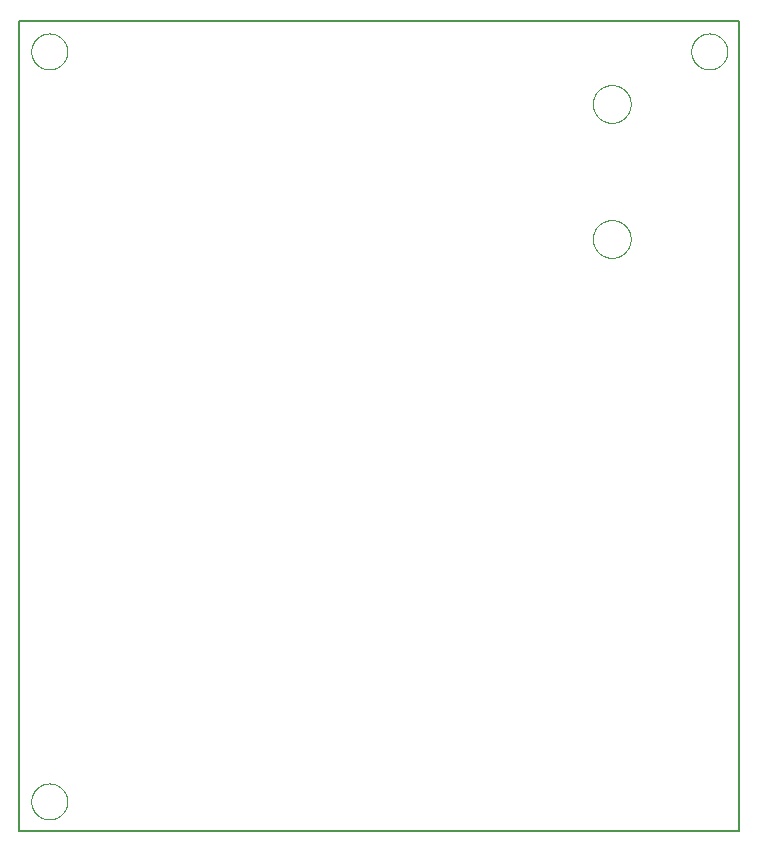
<source format=gko>
G75*
%MOIN*%
%OFA0B0*%
%FSLAX25Y25*%
%IPPOS*%
%LPD*%
%AMOC8*
5,1,8,0,0,1.08239X$1,22.5*
%
%ADD10C,0.00800*%
%ADD11C,0.00000*%
D10*
X0093333Y0035000D02*
X0093333Y0305000D01*
X0333333Y0305000D01*
X0333333Y0035000D01*
X0093333Y0035000D01*
D11*
X0097333Y0045000D02*
X0097335Y0045154D01*
X0097341Y0045309D01*
X0097351Y0045463D01*
X0097365Y0045617D01*
X0097383Y0045770D01*
X0097404Y0045923D01*
X0097430Y0046076D01*
X0097460Y0046227D01*
X0097493Y0046378D01*
X0097531Y0046528D01*
X0097572Y0046677D01*
X0097617Y0046825D01*
X0097666Y0046971D01*
X0097719Y0047117D01*
X0097775Y0047260D01*
X0097835Y0047403D01*
X0097899Y0047543D01*
X0097966Y0047683D01*
X0098037Y0047820D01*
X0098111Y0047955D01*
X0098189Y0048089D01*
X0098270Y0048220D01*
X0098355Y0048349D01*
X0098443Y0048477D01*
X0098534Y0048601D01*
X0098628Y0048724D01*
X0098726Y0048844D01*
X0098826Y0048961D01*
X0098930Y0049076D01*
X0099036Y0049188D01*
X0099145Y0049297D01*
X0099257Y0049403D01*
X0099372Y0049507D01*
X0099489Y0049607D01*
X0099609Y0049705D01*
X0099732Y0049799D01*
X0099856Y0049890D01*
X0099984Y0049978D01*
X0100113Y0050063D01*
X0100244Y0050144D01*
X0100378Y0050222D01*
X0100513Y0050296D01*
X0100650Y0050367D01*
X0100790Y0050434D01*
X0100930Y0050498D01*
X0101073Y0050558D01*
X0101216Y0050614D01*
X0101362Y0050667D01*
X0101508Y0050716D01*
X0101656Y0050761D01*
X0101805Y0050802D01*
X0101955Y0050840D01*
X0102106Y0050873D01*
X0102257Y0050903D01*
X0102410Y0050929D01*
X0102563Y0050950D01*
X0102716Y0050968D01*
X0102870Y0050982D01*
X0103024Y0050992D01*
X0103179Y0050998D01*
X0103333Y0051000D01*
X0103487Y0050998D01*
X0103642Y0050992D01*
X0103796Y0050982D01*
X0103950Y0050968D01*
X0104103Y0050950D01*
X0104256Y0050929D01*
X0104409Y0050903D01*
X0104560Y0050873D01*
X0104711Y0050840D01*
X0104861Y0050802D01*
X0105010Y0050761D01*
X0105158Y0050716D01*
X0105304Y0050667D01*
X0105450Y0050614D01*
X0105593Y0050558D01*
X0105736Y0050498D01*
X0105876Y0050434D01*
X0106016Y0050367D01*
X0106153Y0050296D01*
X0106288Y0050222D01*
X0106422Y0050144D01*
X0106553Y0050063D01*
X0106682Y0049978D01*
X0106810Y0049890D01*
X0106934Y0049799D01*
X0107057Y0049705D01*
X0107177Y0049607D01*
X0107294Y0049507D01*
X0107409Y0049403D01*
X0107521Y0049297D01*
X0107630Y0049188D01*
X0107736Y0049076D01*
X0107840Y0048961D01*
X0107940Y0048844D01*
X0108038Y0048724D01*
X0108132Y0048601D01*
X0108223Y0048477D01*
X0108311Y0048349D01*
X0108396Y0048220D01*
X0108477Y0048089D01*
X0108555Y0047955D01*
X0108629Y0047820D01*
X0108700Y0047683D01*
X0108767Y0047543D01*
X0108831Y0047403D01*
X0108891Y0047260D01*
X0108947Y0047117D01*
X0109000Y0046971D01*
X0109049Y0046825D01*
X0109094Y0046677D01*
X0109135Y0046528D01*
X0109173Y0046378D01*
X0109206Y0046227D01*
X0109236Y0046076D01*
X0109262Y0045923D01*
X0109283Y0045770D01*
X0109301Y0045617D01*
X0109315Y0045463D01*
X0109325Y0045309D01*
X0109331Y0045154D01*
X0109333Y0045000D01*
X0109331Y0044846D01*
X0109325Y0044691D01*
X0109315Y0044537D01*
X0109301Y0044383D01*
X0109283Y0044230D01*
X0109262Y0044077D01*
X0109236Y0043924D01*
X0109206Y0043773D01*
X0109173Y0043622D01*
X0109135Y0043472D01*
X0109094Y0043323D01*
X0109049Y0043175D01*
X0109000Y0043029D01*
X0108947Y0042883D01*
X0108891Y0042740D01*
X0108831Y0042597D01*
X0108767Y0042457D01*
X0108700Y0042317D01*
X0108629Y0042180D01*
X0108555Y0042045D01*
X0108477Y0041911D01*
X0108396Y0041780D01*
X0108311Y0041651D01*
X0108223Y0041523D01*
X0108132Y0041399D01*
X0108038Y0041276D01*
X0107940Y0041156D01*
X0107840Y0041039D01*
X0107736Y0040924D01*
X0107630Y0040812D01*
X0107521Y0040703D01*
X0107409Y0040597D01*
X0107294Y0040493D01*
X0107177Y0040393D01*
X0107057Y0040295D01*
X0106934Y0040201D01*
X0106810Y0040110D01*
X0106682Y0040022D01*
X0106553Y0039937D01*
X0106422Y0039856D01*
X0106288Y0039778D01*
X0106153Y0039704D01*
X0106016Y0039633D01*
X0105876Y0039566D01*
X0105736Y0039502D01*
X0105593Y0039442D01*
X0105450Y0039386D01*
X0105304Y0039333D01*
X0105158Y0039284D01*
X0105010Y0039239D01*
X0104861Y0039198D01*
X0104711Y0039160D01*
X0104560Y0039127D01*
X0104409Y0039097D01*
X0104256Y0039071D01*
X0104103Y0039050D01*
X0103950Y0039032D01*
X0103796Y0039018D01*
X0103642Y0039008D01*
X0103487Y0039002D01*
X0103333Y0039000D01*
X0103179Y0039002D01*
X0103024Y0039008D01*
X0102870Y0039018D01*
X0102716Y0039032D01*
X0102563Y0039050D01*
X0102410Y0039071D01*
X0102257Y0039097D01*
X0102106Y0039127D01*
X0101955Y0039160D01*
X0101805Y0039198D01*
X0101656Y0039239D01*
X0101508Y0039284D01*
X0101362Y0039333D01*
X0101216Y0039386D01*
X0101073Y0039442D01*
X0100930Y0039502D01*
X0100790Y0039566D01*
X0100650Y0039633D01*
X0100513Y0039704D01*
X0100378Y0039778D01*
X0100244Y0039856D01*
X0100113Y0039937D01*
X0099984Y0040022D01*
X0099856Y0040110D01*
X0099732Y0040201D01*
X0099609Y0040295D01*
X0099489Y0040393D01*
X0099372Y0040493D01*
X0099257Y0040597D01*
X0099145Y0040703D01*
X0099036Y0040812D01*
X0098930Y0040924D01*
X0098826Y0041039D01*
X0098726Y0041156D01*
X0098628Y0041276D01*
X0098534Y0041399D01*
X0098443Y0041523D01*
X0098355Y0041651D01*
X0098270Y0041780D01*
X0098189Y0041911D01*
X0098111Y0042045D01*
X0098037Y0042180D01*
X0097966Y0042317D01*
X0097899Y0042457D01*
X0097835Y0042597D01*
X0097775Y0042740D01*
X0097719Y0042883D01*
X0097666Y0043029D01*
X0097617Y0043175D01*
X0097572Y0043323D01*
X0097531Y0043472D01*
X0097493Y0043622D01*
X0097460Y0043773D01*
X0097430Y0043924D01*
X0097404Y0044077D01*
X0097383Y0044230D01*
X0097365Y0044383D01*
X0097351Y0044537D01*
X0097341Y0044691D01*
X0097335Y0044846D01*
X0097333Y0045000D01*
X0284534Y0232500D02*
X0284536Y0232658D01*
X0284542Y0232816D01*
X0284552Y0232974D01*
X0284566Y0233132D01*
X0284584Y0233289D01*
X0284605Y0233446D01*
X0284631Y0233602D01*
X0284661Y0233758D01*
X0284694Y0233913D01*
X0284732Y0234066D01*
X0284773Y0234219D01*
X0284818Y0234371D01*
X0284867Y0234522D01*
X0284920Y0234671D01*
X0284976Y0234819D01*
X0285036Y0234965D01*
X0285100Y0235110D01*
X0285168Y0235253D01*
X0285239Y0235395D01*
X0285313Y0235535D01*
X0285391Y0235672D01*
X0285473Y0235808D01*
X0285557Y0235942D01*
X0285646Y0236073D01*
X0285737Y0236202D01*
X0285832Y0236329D01*
X0285929Y0236454D01*
X0286030Y0236576D01*
X0286134Y0236695D01*
X0286241Y0236812D01*
X0286351Y0236926D01*
X0286464Y0237037D01*
X0286579Y0237146D01*
X0286697Y0237251D01*
X0286818Y0237353D01*
X0286941Y0237453D01*
X0287067Y0237549D01*
X0287195Y0237642D01*
X0287325Y0237732D01*
X0287458Y0237818D01*
X0287593Y0237902D01*
X0287729Y0237981D01*
X0287868Y0238058D01*
X0288009Y0238130D01*
X0288151Y0238200D01*
X0288295Y0238265D01*
X0288441Y0238327D01*
X0288588Y0238385D01*
X0288737Y0238440D01*
X0288887Y0238491D01*
X0289038Y0238538D01*
X0289190Y0238581D01*
X0289343Y0238620D01*
X0289498Y0238656D01*
X0289653Y0238687D01*
X0289809Y0238715D01*
X0289965Y0238739D01*
X0290122Y0238759D01*
X0290280Y0238775D01*
X0290437Y0238787D01*
X0290596Y0238795D01*
X0290754Y0238799D01*
X0290912Y0238799D01*
X0291070Y0238795D01*
X0291229Y0238787D01*
X0291386Y0238775D01*
X0291544Y0238759D01*
X0291701Y0238739D01*
X0291857Y0238715D01*
X0292013Y0238687D01*
X0292168Y0238656D01*
X0292323Y0238620D01*
X0292476Y0238581D01*
X0292628Y0238538D01*
X0292779Y0238491D01*
X0292929Y0238440D01*
X0293078Y0238385D01*
X0293225Y0238327D01*
X0293371Y0238265D01*
X0293515Y0238200D01*
X0293657Y0238130D01*
X0293798Y0238058D01*
X0293937Y0237981D01*
X0294073Y0237902D01*
X0294208Y0237818D01*
X0294341Y0237732D01*
X0294471Y0237642D01*
X0294599Y0237549D01*
X0294725Y0237453D01*
X0294848Y0237353D01*
X0294969Y0237251D01*
X0295087Y0237146D01*
X0295202Y0237037D01*
X0295315Y0236926D01*
X0295425Y0236812D01*
X0295532Y0236695D01*
X0295636Y0236576D01*
X0295737Y0236454D01*
X0295834Y0236329D01*
X0295929Y0236202D01*
X0296020Y0236073D01*
X0296109Y0235942D01*
X0296193Y0235808D01*
X0296275Y0235672D01*
X0296353Y0235535D01*
X0296427Y0235395D01*
X0296498Y0235253D01*
X0296566Y0235110D01*
X0296630Y0234965D01*
X0296690Y0234819D01*
X0296746Y0234671D01*
X0296799Y0234522D01*
X0296848Y0234371D01*
X0296893Y0234219D01*
X0296934Y0234066D01*
X0296972Y0233913D01*
X0297005Y0233758D01*
X0297035Y0233602D01*
X0297061Y0233446D01*
X0297082Y0233289D01*
X0297100Y0233132D01*
X0297114Y0232974D01*
X0297124Y0232816D01*
X0297130Y0232658D01*
X0297132Y0232500D01*
X0297130Y0232342D01*
X0297124Y0232184D01*
X0297114Y0232026D01*
X0297100Y0231868D01*
X0297082Y0231711D01*
X0297061Y0231554D01*
X0297035Y0231398D01*
X0297005Y0231242D01*
X0296972Y0231087D01*
X0296934Y0230934D01*
X0296893Y0230781D01*
X0296848Y0230629D01*
X0296799Y0230478D01*
X0296746Y0230329D01*
X0296690Y0230181D01*
X0296630Y0230035D01*
X0296566Y0229890D01*
X0296498Y0229747D01*
X0296427Y0229605D01*
X0296353Y0229465D01*
X0296275Y0229328D01*
X0296193Y0229192D01*
X0296109Y0229058D01*
X0296020Y0228927D01*
X0295929Y0228798D01*
X0295834Y0228671D01*
X0295737Y0228546D01*
X0295636Y0228424D01*
X0295532Y0228305D01*
X0295425Y0228188D01*
X0295315Y0228074D01*
X0295202Y0227963D01*
X0295087Y0227854D01*
X0294969Y0227749D01*
X0294848Y0227647D01*
X0294725Y0227547D01*
X0294599Y0227451D01*
X0294471Y0227358D01*
X0294341Y0227268D01*
X0294208Y0227182D01*
X0294073Y0227098D01*
X0293937Y0227019D01*
X0293798Y0226942D01*
X0293657Y0226870D01*
X0293515Y0226800D01*
X0293371Y0226735D01*
X0293225Y0226673D01*
X0293078Y0226615D01*
X0292929Y0226560D01*
X0292779Y0226509D01*
X0292628Y0226462D01*
X0292476Y0226419D01*
X0292323Y0226380D01*
X0292168Y0226344D01*
X0292013Y0226313D01*
X0291857Y0226285D01*
X0291701Y0226261D01*
X0291544Y0226241D01*
X0291386Y0226225D01*
X0291229Y0226213D01*
X0291070Y0226205D01*
X0290912Y0226201D01*
X0290754Y0226201D01*
X0290596Y0226205D01*
X0290437Y0226213D01*
X0290280Y0226225D01*
X0290122Y0226241D01*
X0289965Y0226261D01*
X0289809Y0226285D01*
X0289653Y0226313D01*
X0289498Y0226344D01*
X0289343Y0226380D01*
X0289190Y0226419D01*
X0289038Y0226462D01*
X0288887Y0226509D01*
X0288737Y0226560D01*
X0288588Y0226615D01*
X0288441Y0226673D01*
X0288295Y0226735D01*
X0288151Y0226800D01*
X0288009Y0226870D01*
X0287868Y0226942D01*
X0287729Y0227019D01*
X0287593Y0227098D01*
X0287458Y0227182D01*
X0287325Y0227268D01*
X0287195Y0227358D01*
X0287067Y0227451D01*
X0286941Y0227547D01*
X0286818Y0227647D01*
X0286697Y0227749D01*
X0286579Y0227854D01*
X0286464Y0227963D01*
X0286351Y0228074D01*
X0286241Y0228188D01*
X0286134Y0228305D01*
X0286030Y0228424D01*
X0285929Y0228546D01*
X0285832Y0228671D01*
X0285737Y0228798D01*
X0285646Y0228927D01*
X0285557Y0229058D01*
X0285473Y0229192D01*
X0285391Y0229328D01*
X0285313Y0229465D01*
X0285239Y0229605D01*
X0285168Y0229747D01*
X0285100Y0229890D01*
X0285036Y0230035D01*
X0284976Y0230181D01*
X0284920Y0230329D01*
X0284867Y0230478D01*
X0284818Y0230629D01*
X0284773Y0230781D01*
X0284732Y0230934D01*
X0284694Y0231087D01*
X0284661Y0231242D01*
X0284631Y0231398D01*
X0284605Y0231554D01*
X0284584Y0231711D01*
X0284566Y0231868D01*
X0284552Y0232026D01*
X0284542Y0232184D01*
X0284536Y0232342D01*
X0284534Y0232500D01*
X0284534Y0277500D02*
X0284536Y0277658D01*
X0284542Y0277816D01*
X0284552Y0277974D01*
X0284566Y0278132D01*
X0284584Y0278289D01*
X0284605Y0278446D01*
X0284631Y0278602D01*
X0284661Y0278758D01*
X0284694Y0278913D01*
X0284732Y0279066D01*
X0284773Y0279219D01*
X0284818Y0279371D01*
X0284867Y0279522D01*
X0284920Y0279671D01*
X0284976Y0279819D01*
X0285036Y0279965D01*
X0285100Y0280110D01*
X0285168Y0280253D01*
X0285239Y0280395D01*
X0285313Y0280535D01*
X0285391Y0280672D01*
X0285473Y0280808D01*
X0285557Y0280942D01*
X0285646Y0281073D01*
X0285737Y0281202D01*
X0285832Y0281329D01*
X0285929Y0281454D01*
X0286030Y0281576D01*
X0286134Y0281695D01*
X0286241Y0281812D01*
X0286351Y0281926D01*
X0286464Y0282037D01*
X0286579Y0282146D01*
X0286697Y0282251D01*
X0286818Y0282353D01*
X0286941Y0282453D01*
X0287067Y0282549D01*
X0287195Y0282642D01*
X0287325Y0282732D01*
X0287458Y0282818D01*
X0287593Y0282902D01*
X0287729Y0282981D01*
X0287868Y0283058D01*
X0288009Y0283130D01*
X0288151Y0283200D01*
X0288295Y0283265D01*
X0288441Y0283327D01*
X0288588Y0283385D01*
X0288737Y0283440D01*
X0288887Y0283491D01*
X0289038Y0283538D01*
X0289190Y0283581D01*
X0289343Y0283620D01*
X0289498Y0283656D01*
X0289653Y0283687D01*
X0289809Y0283715D01*
X0289965Y0283739D01*
X0290122Y0283759D01*
X0290280Y0283775D01*
X0290437Y0283787D01*
X0290596Y0283795D01*
X0290754Y0283799D01*
X0290912Y0283799D01*
X0291070Y0283795D01*
X0291229Y0283787D01*
X0291386Y0283775D01*
X0291544Y0283759D01*
X0291701Y0283739D01*
X0291857Y0283715D01*
X0292013Y0283687D01*
X0292168Y0283656D01*
X0292323Y0283620D01*
X0292476Y0283581D01*
X0292628Y0283538D01*
X0292779Y0283491D01*
X0292929Y0283440D01*
X0293078Y0283385D01*
X0293225Y0283327D01*
X0293371Y0283265D01*
X0293515Y0283200D01*
X0293657Y0283130D01*
X0293798Y0283058D01*
X0293937Y0282981D01*
X0294073Y0282902D01*
X0294208Y0282818D01*
X0294341Y0282732D01*
X0294471Y0282642D01*
X0294599Y0282549D01*
X0294725Y0282453D01*
X0294848Y0282353D01*
X0294969Y0282251D01*
X0295087Y0282146D01*
X0295202Y0282037D01*
X0295315Y0281926D01*
X0295425Y0281812D01*
X0295532Y0281695D01*
X0295636Y0281576D01*
X0295737Y0281454D01*
X0295834Y0281329D01*
X0295929Y0281202D01*
X0296020Y0281073D01*
X0296109Y0280942D01*
X0296193Y0280808D01*
X0296275Y0280672D01*
X0296353Y0280535D01*
X0296427Y0280395D01*
X0296498Y0280253D01*
X0296566Y0280110D01*
X0296630Y0279965D01*
X0296690Y0279819D01*
X0296746Y0279671D01*
X0296799Y0279522D01*
X0296848Y0279371D01*
X0296893Y0279219D01*
X0296934Y0279066D01*
X0296972Y0278913D01*
X0297005Y0278758D01*
X0297035Y0278602D01*
X0297061Y0278446D01*
X0297082Y0278289D01*
X0297100Y0278132D01*
X0297114Y0277974D01*
X0297124Y0277816D01*
X0297130Y0277658D01*
X0297132Y0277500D01*
X0297130Y0277342D01*
X0297124Y0277184D01*
X0297114Y0277026D01*
X0297100Y0276868D01*
X0297082Y0276711D01*
X0297061Y0276554D01*
X0297035Y0276398D01*
X0297005Y0276242D01*
X0296972Y0276087D01*
X0296934Y0275934D01*
X0296893Y0275781D01*
X0296848Y0275629D01*
X0296799Y0275478D01*
X0296746Y0275329D01*
X0296690Y0275181D01*
X0296630Y0275035D01*
X0296566Y0274890D01*
X0296498Y0274747D01*
X0296427Y0274605D01*
X0296353Y0274465D01*
X0296275Y0274328D01*
X0296193Y0274192D01*
X0296109Y0274058D01*
X0296020Y0273927D01*
X0295929Y0273798D01*
X0295834Y0273671D01*
X0295737Y0273546D01*
X0295636Y0273424D01*
X0295532Y0273305D01*
X0295425Y0273188D01*
X0295315Y0273074D01*
X0295202Y0272963D01*
X0295087Y0272854D01*
X0294969Y0272749D01*
X0294848Y0272647D01*
X0294725Y0272547D01*
X0294599Y0272451D01*
X0294471Y0272358D01*
X0294341Y0272268D01*
X0294208Y0272182D01*
X0294073Y0272098D01*
X0293937Y0272019D01*
X0293798Y0271942D01*
X0293657Y0271870D01*
X0293515Y0271800D01*
X0293371Y0271735D01*
X0293225Y0271673D01*
X0293078Y0271615D01*
X0292929Y0271560D01*
X0292779Y0271509D01*
X0292628Y0271462D01*
X0292476Y0271419D01*
X0292323Y0271380D01*
X0292168Y0271344D01*
X0292013Y0271313D01*
X0291857Y0271285D01*
X0291701Y0271261D01*
X0291544Y0271241D01*
X0291386Y0271225D01*
X0291229Y0271213D01*
X0291070Y0271205D01*
X0290912Y0271201D01*
X0290754Y0271201D01*
X0290596Y0271205D01*
X0290437Y0271213D01*
X0290280Y0271225D01*
X0290122Y0271241D01*
X0289965Y0271261D01*
X0289809Y0271285D01*
X0289653Y0271313D01*
X0289498Y0271344D01*
X0289343Y0271380D01*
X0289190Y0271419D01*
X0289038Y0271462D01*
X0288887Y0271509D01*
X0288737Y0271560D01*
X0288588Y0271615D01*
X0288441Y0271673D01*
X0288295Y0271735D01*
X0288151Y0271800D01*
X0288009Y0271870D01*
X0287868Y0271942D01*
X0287729Y0272019D01*
X0287593Y0272098D01*
X0287458Y0272182D01*
X0287325Y0272268D01*
X0287195Y0272358D01*
X0287067Y0272451D01*
X0286941Y0272547D01*
X0286818Y0272647D01*
X0286697Y0272749D01*
X0286579Y0272854D01*
X0286464Y0272963D01*
X0286351Y0273074D01*
X0286241Y0273188D01*
X0286134Y0273305D01*
X0286030Y0273424D01*
X0285929Y0273546D01*
X0285832Y0273671D01*
X0285737Y0273798D01*
X0285646Y0273927D01*
X0285557Y0274058D01*
X0285473Y0274192D01*
X0285391Y0274328D01*
X0285313Y0274465D01*
X0285239Y0274605D01*
X0285168Y0274747D01*
X0285100Y0274890D01*
X0285036Y0275035D01*
X0284976Y0275181D01*
X0284920Y0275329D01*
X0284867Y0275478D01*
X0284818Y0275629D01*
X0284773Y0275781D01*
X0284732Y0275934D01*
X0284694Y0276087D01*
X0284661Y0276242D01*
X0284631Y0276398D01*
X0284605Y0276554D01*
X0284584Y0276711D01*
X0284566Y0276868D01*
X0284552Y0277026D01*
X0284542Y0277184D01*
X0284536Y0277342D01*
X0284534Y0277500D01*
X0317333Y0295000D02*
X0317335Y0295154D01*
X0317341Y0295309D01*
X0317351Y0295463D01*
X0317365Y0295617D01*
X0317383Y0295770D01*
X0317404Y0295923D01*
X0317430Y0296076D01*
X0317460Y0296227D01*
X0317493Y0296378D01*
X0317531Y0296528D01*
X0317572Y0296677D01*
X0317617Y0296825D01*
X0317666Y0296971D01*
X0317719Y0297117D01*
X0317775Y0297260D01*
X0317835Y0297403D01*
X0317899Y0297543D01*
X0317966Y0297683D01*
X0318037Y0297820D01*
X0318111Y0297955D01*
X0318189Y0298089D01*
X0318270Y0298220D01*
X0318355Y0298349D01*
X0318443Y0298477D01*
X0318534Y0298601D01*
X0318628Y0298724D01*
X0318726Y0298844D01*
X0318826Y0298961D01*
X0318930Y0299076D01*
X0319036Y0299188D01*
X0319145Y0299297D01*
X0319257Y0299403D01*
X0319372Y0299507D01*
X0319489Y0299607D01*
X0319609Y0299705D01*
X0319732Y0299799D01*
X0319856Y0299890D01*
X0319984Y0299978D01*
X0320113Y0300063D01*
X0320244Y0300144D01*
X0320378Y0300222D01*
X0320513Y0300296D01*
X0320650Y0300367D01*
X0320790Y0300434D01*
X0320930Y0300498D01*
X0321073Y0300558D01*
X0321216Y0300614D01*
X0321362Y0300667D01*
X0321508Y0300716D01*
X0321656Y0300761D01*
X0321805Y0300802D01*
X0321955Y0300840D01*
X0322106Y0300873D01*
X0322257Y0300903D01*
X0322410Y0300929D01*
X0322563Y0300950D01*
X0322716Y0300968D01*
X0322870Y0300982D01*
X0323024Y0300992D01*
X0323179Y0300998D01*
X0323333Y0301000D01*
X0323487Y0300998D01*
X0323642Y0300992D01*
X0323796Y0300982D01*
X0323950Y0300968D01*
X0324103Y0300950D01*
X0324256Y0300929D01*
X0324409Y0300903D01*
X0324560Y0300873D01*
X0324711Y0300840D01*
X0324861Y0300802D01*
X0325010Y0300761D01*
X0325158Y0300716D01*
X0325304Y0300667D01*
X0325450Y0300614D01*
X0325593Y0300558D01*
X0325736Y0300498D01*
X0325876Y0300434D01*
X0326016Y0300367D01*
X0326153Y0300296D01*
X0326288Y0300222D01*
X0326422Y0300144D01*
X0326553Y0300063D01*
X0326682Y0299978D01*
X0326810Y0299890D01*
X0326934Y0299799D01*
X0327057Y0299705D01*
X0327177Y0299607D01*
X0327294Y0299507D01*
X0327409Y0299403D01*
X0327521Y0299297D01*
X0327630Y0299188D01*
X0327736Y0299076D01*
X0327840Y0298961D01*
X0327940Y0298844D01*
X0328038Y0298724D01*
X0328132Y0298601D01*
X0328223Y0298477D01*
X0328311Y0298349D01*
X0328396Y0298220D01*
X0328477Y0298089D01*
X0328555Y0297955D01*
X0328629Y0297820D01*
X0328700Y0297683D01*
X0328767Y0297543D01*
X0328831Y0297403D01*
X0328891Y0297260D01*
X0328947Y0297117D01*
X0329000Y0296971D01*
X0329049Y0296825D01*
X0329094Y0296677D01*
X0329135Y0296528D01*
X0329173Y0296378D01*
X0329206Y0296227D01*
X0329236Y0296076D01*
X0329262Y0295923D01*
X0329283Y0295770D01*
X0329301Y0295617D01*
X0329315Y0295463D01*
X0329325Y0295309D01*
X0329331Y0295154D01*
X0329333Y0295000D01*
X0329331Y0294846D01*
X0329325Y0294691D01*
X0329315Y0294537D01*
X0329301Y0294383D01*
X0329283Y0294230D01*
X0329262Y0294077D01*
X0329236Y0293924D01*
X0329206Y0293773D01*
X0329173Y0293622D01*
X0329135Y0293472D01*
X0329094Y0293323D01*
X0329049Y0293175D01*
X0329000Y0293029D01*
X0328947Y0292883D01*
X0328891Y0292740D01*
X0328831Y0292597D01*
X0328767Y0292457D01*
X0328700Y0292317D01*
X0328629Y0292180D01*
X0328555Y0292045D01*
X0328477Y0291911D01*
X0328396Y0291780D01*
X0328311Y0291651D01*
X0328223Y0291523D01*
X0328132Y0291399D01*
X0328038Y0291276D01*
X0327940Y0291156D01*
X0327840Y0291039D01*
X0327736Y0290924D01*
X0327630Y0290812D01*
X0327521Y0290703D01*
X0327409Y0290597D01*
X0327294Y0290493D01*
X0327177Y0290393D01*
X0327057Y0290295D01*
X0326934Y0290201D01*
X0326810Y0290110D01*
X0326682Y0290022D01*
X0326553Y0289937D01*
X0326422Y0289856D01*
X0326288Y0289778D01*
X0326153Y0289704D01*
X0326016Y0289633D01*
X0325876Y0289566D01*
X0325736Y0289502D01*
X0325593Y0289442D01*
X0325450Y0289386D01*
X0325304Y0289333D01*
X0325158Y0289284D01*
X0325010Y0289239D01*
X0324861Y0289198D01*
X0324711Y0289160D01*
X0324560Y0289127D01*
X0324409Y0289097D01*
X0324256Y0289071D01*
X0324103Y0289050D01*
X0323950Y0289032D01*
X0323796Y0289018D01*
X0323642Y0289008D01*
X0323487Y0289002D01*
X0323333Y0289000D01*
X0323179Y0289002D01*
X0323024Y0289008D01*
X0322870Y0289018D01*
X0322716Y0289032D01*
X0322563Y0289050D01*
X0322410Y0289071D01*
X0322257Y0289097D01*
X0322106Y0289127D01*
X0321955Y0289160D01*
X0321805Y0289198D01*
X0321656Y0289239D01*
X0321508Y0289284D01*
X0321362Y0289333D01*
X0321216Y0289386D01*
X0321073Y0289442D01*
X0320930Y0289502D01*
X0320790Y0289566D01*
X0320650Y0289633D01*
X0320513Y0289704D01*
X0320378Y0289778D01*
X0320244Y0289856D01*
X0320113Y0289937D01*
X0319984Y0290022D01*
X0319856Y0290110D01*
X0319732Y0290201D01*
X0319609Y0290295D01*
X0319489Y0290393D01*
X0319372Y0290493D01*
X0319257Y0290597D01*
X0319145Y0290703D01*
X0319036Y0290812D01*
X0318930Y0290924D01*
X0318826Y0291039D01*
X0318726Y0291156D01*
X0318628Y0291276D01*
X0318534Y0291399D01*
X0318443Y0291523D01*
X0318355Y0291651D01*
X0318270Y0291780D01*
X0318189Y0291911D01*
X0318111Y0292045D01*
X0318037Y0292180D01*
X0317966Y0292317D01*
X0317899Y0292457D01*
X0317835Y0292597D01*
X0317775Y0292740D01*
X0317719Y0292883D01*
X0317666Y0293029D01*
X0317617Y0293175D01*
X0317572Y0293323D01*
X0317531Y0293472D01*
X0317493Y0293622D01*
X0317460Y0293773D01*
X0317430Y0293924D01*
X0317404Y0294077D01*
X0317383Y0294230D01*
X0317365Y0294383D01*
X0317351Y0294537D01*
X0317341Y0294691D01*
X0317335Y0294846D01*
X0317333Y0295000D01*
X0097333Y0295000D02*
X0097335Y0295154D01*
X0097341Y0295309D01*
X0097351Y0295463D01*
X0097365Y0295617D01*
X0097383Y0295770D01*
X0097404Y0295923D01*
X0097430Y0296076D01*
X0097460Y0296227D01*
X0097493Y0296378D01*
X0097531Y0296528D01*
X0097572Y0296677D01*
X0097617Y0296825D01*
X0097666Y0296971D01*
X0097719Y0297117D01*
X0097775Y0297260D01*
X0097835Y0297403D01*
X0097899Y0297543D01*
X0097966Y0297683D01*
X0098037Y0297820D01*
X0098111Y0297955D01*
X0098189Y0298089D01*
X0098270Y0298220D01*
X0098355Y0298349D01*
X0098443Y0298477D01*
X0098534Y0298601D01*
X0098628Y0298724D01*
X0098726Y0298844D01*
X0098826Y0298961D01*
X0098930Y0299076D01*
X0099036Y0299188D01*
X0099145Y0299297D01*
X0099257Y0299403D01*
X0099372Y0299507D01*
X0099489Y0299607D01*
X0099609Y0299705D01*
X0099732Y0299799D01*
X0099856Y0299890D01*
X0099984Y0299978D01*
X0100113Y0300063D01*
X0100244Y0300144D01*
X0100378Y0300222D01*
X0100513Y0300296D01*
X0100650Y0300367D01*
X0100790Y0300434D01*
X0100930Y0300498D01*
X0101073Y0300558D01*
X0101216Y0300614D01*
X0101362Y0300667D01*
X0101508Y0300716D01*
X0101656Y0300761D01*
X0101805Y0300802D01*
X0101955Y0300840D01*
X0102106Y0300873D01*
X0102257Y0300903D01*
X0102410Y0300929D01*
X0102563Y0300950D01*
X0102716Y0300968D01*
X0102870Y0300982D01*
X0103024Y0300992D01*
X0103179Y0300998D01*
X0103333Y0301000D01*
X0103487Y0300998D01*
X0103642Y0300992D01*
X0103796Y0300982D01*
X0103950Y0300968D01*
X0104103Y0300950D01*
X0104256Y0300929D01*
X0104409Y0300903D01*
X0104560Y0300873D01*
X0104711Y0300840D01*
X0104861Y0300802D01*
X0105010Y0300761D01*
X0105158Y0300716D01*
X0105304Y0300667D01*
X0105450Y0300614D01*
X0105593Y0300558D01*
X0105736Y0300498D01*
X0105876Y0300434D01*
X0106016Y0300367D01*
X0106153Y0300296D01*
X0106288Y0300222D01*
X0106422Y0300144D01*
X0106553Y0300063D01*
X0106682Y0299978D01*
X0106810Y0299890D01*
X0106934Y0299799D01*
X0107057Y0299705D01*
X0107177Y0299607D01*
X0107294Y0299507D01*
X0107409Y0299403D01*
X0107521Y0299297D01*
X0107630Y0299188D01*
X0107736Y0299076D01*
X0107840Y0298961D01*
X0107940Y0298844D01*
X0108038Y0298724D01*
X0108132Y0298601D01*
X0108223Y0298477D01*
X0108311Y0298349D01*
X0108396Y0298220D01*
X0108477Y0298089D01*
X0108555Y0297955D01*
X0108629Y0297820D01*
X0108700Y0297683D01*
X0108767Y0297543D01*
X0108831Y0297403D01*
X0108891Y0297260D01*
X0108947Y0297117D01*
X0109000Y0296971D01*
X0109049Y0296825D01*
X0109094Y0296677D01*
X0109135Y0296528D01*
X0109173Y0296378D01*
X0109206Y0296227D01*
X0109236Y0296076D01*
X0109262Y0295923D01*
X0109283Y0295770D01*
X0109301Y0295617D01*
X0109315Y0295463D01*
X0109325Y0295309D01*
X0109331Y0295154D01*
X0109333Y0295000D01*
X0109331Y0294846D01*
X0109325Y0294691D01*
X0109315Y0294537D01*
X0109301Y0294383D01*
X0109283Y0294230D01*
X0109262Y0294077D01*
X0109236Y0293924D01*
X0109206Y0293773D01*
X0109173Y0293622D01*
X0109135Y0293472D01*
X0109094Y0293323D01*
X0109049Y0293175D01*
X0109000Y0293029D01*
X0108947Y0292883D01*
X0108891Y0292740D01*
X0108831Y0292597D01*
X0108767Y0292457D01*
X0108700Y0292317D01*
X0108629Y0292180D01*
X0108555Y0292045D01*
X0108477Y0291911D01*
X0108396Y0291780D01*
X0108311Y0291651D01*
X0108223Y0291523D01*
X0108132Y0291399D01*
X0108038Y0291276D01*
X0107940Y0291156D01*
X0107840Y0291039D01*
X0107736Y0290924D01*
X0107630Y0290812D01*
X0107521Y0290703D01*
X0107409Y0290597D01*
X0107294Y0290493D01*
X0107177Y0290393D01*
X0107057Y0290295D01*
X0106934Y0290201D01*
X0106810Y0290110D01*
X0106682Y0290022D01*
X0106553Y0289937D01*
X0106422Y0289856D01*
X0106288Y0289778D01*
X0106153Y0289704D01*
X0106016Y0289633D01*
X0105876Y0289566D01*
X0105736Y0289502D01*
X0105593Y0289442D01*
X0105450Y0289386D01*
X0105304Y0289333D01*
X0105158Y0289284D01*
X0105010Y0289239D01*
X0104861Y0289198D01*
X0104711Y0289160D01*
X0104560Y0289127D01*
X0104409Y0289097D01*
X0104256Y0289071D01*
X0104103Y0289050D01*
X0103950Y0289032D01*
X0103796Y0289018D01*
X0103642Y0289008D01*
X0103487Y0289002D01*
X0103333Y0289000D01*
X0103179Y0289002D01*
X0103024Y0289008D01*
X0102870Y0289018D01*
X0102716Y0289032D01*
X0102563Y0289050D01*
X0102410Y0289071D01*
X0102257Y0289097D01*
X0102106Y0289127D01*
X0101955Y0289160D01*
X0101805Y0289198D01*
X0101656Y0289239D01*
X0101508Y0289284D01*
X0101362Y0289333D01*
X0101216Y0289386D01*
X0101073Y0289442D01*
X0100930Y0289502D01*
X0100790Y0289566D01*
X0100650Y0289633D01*
X0100513Y0289704D01*
X0100378Y0289778D01*
X0100244Y0289856D01*
X0100113Y0289937D01*
X0099984Y0290022D01*
X0099856Y0290110D01*
X0099732Y0290201D01*
X0099609Y0290295D01*
X0099489Y0290393D01*
X0099372Y0290493D01*
X0099257Y0290597D01*
X0099145Y0290703D01*
X0099036Y0290812D01*
X0098930Y0290924D01*
X0098826Y0291039D01*
X0098726Y0291156D01*
X0098628Y0291276D01*
X0098534Y0291399D01*
X0098443Y0291523D01*
X0098355Y0291651D01*
X0098270Y0291780D01*
X0098189Y0291911D01*
X0098111Y0292045D01*
X0098037Y0292180D01*
X0097966Y0292317D01*
X0097899Y0292457D01*
X0097835Y0292597D01*
X0097775Y0292740D01*
X0097719Y0292883D01*
X0097666Y0293029D01*
X0097617Y0293175D01*
X0097572Y0293323D01*
X0097531Y0293472D01*
X0097493Y0293622D01*
X0097460Y0293773D01*
X0097430Y0293924D01*
X0097404Y0294077D01*
X0097383Y0294230D01*
X0097365Y0294383D01*
X0097351Y0294537D01*
X0097341Y0294691D01*
X0097335Y0294846D01*
X0097333Y0295000D01*
M02*

</source>
